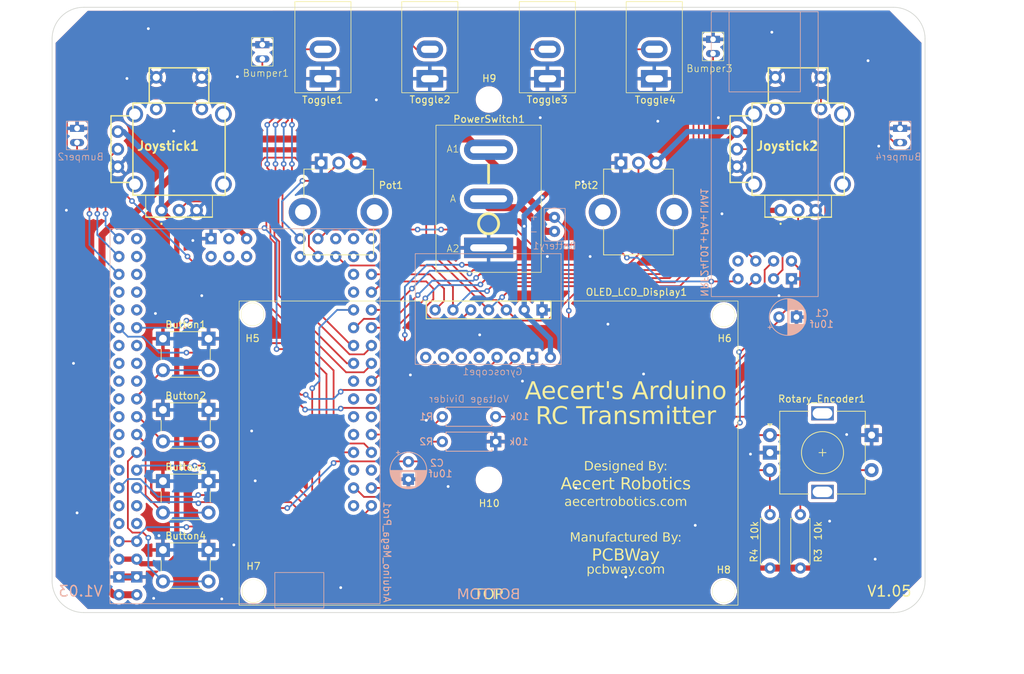
<source format=kicad_pcb>
(kicad_pcb (version 20221018) (generator pcbnew)
  (title_block (title "Arduino RC Transmitter") (date "2023-12-02") (rev "V1.02") (company "Aecert Robotics"))
  (layers (0 "F.Cu" signal) (31 "B.Cu" signal) (34 "B.Paste" user) (35 "F.Paste" user) (36 "B.SilkS" user "B.Silkscreen") (37 "F.SilkS" user "F.Silkscreen") (38 "B.Mask" user) (39 "F.Mask" user) (44 "Edge.Cuts" user))
  (net 0 "")
  (net 1 "/CE")
  (net 2 "GND")
  (net 3 "/3.3v")
  (net 4 "/REF")
  (net 5 "/5v")
  (net 6 "/Rotary Encoder Switch")
  (net 7 "/Left Bumper A")
  (net 8 "/Right Bumper A")
  (net 9 "/Left Bumper B")
  (net 10 "/Right Bumper B")
  (net 11 "/Joy Right Button")
  (net 12 "/Toggle C")
  (net 13 "/Toggle D")
  (net 14 "/Toggle B")
  (net 15 "/Toggle A")
  (net 16 "/Joy Left Button")
  (net 17 "/Button D")
  (net 18 "/Button C")
  (net 19 "/Button B")
  (net 20 "/Button A")
  (net 21 "/Screen CS")
  (net 22 "/Screen RES")
  (net 30 "/Pot Right")
  (net 31 "/Joy Right Y")
  (net 32 "/SCL")
  (net 33 "/SDA")
  (net 34 "/Joy Right X")
  (net 35 "/Pot Left")
  (net 36 "/Joy Left X")
  (net 37 "/Joy Left Y")
  (net 38 "/SCK")
  (net 39 "/MISO")
  (net 40 "/MOSI")
  (net 41 "/NRF CSN")
  (net 42 "/RotaryEncoderB")
  (net 43 "/RotaryEncoderA")
  (net 44 "/Bat+")
  (net 45 "/Bat-")
  (net 46 "/Battery Voltage")
  (footprint "AddedFootprints:SPST Mini Toggle Switch 2 Pin 2 Position" (layer "F.Cu") (at 117.348 68.072 90)
    (fp_text reference "Toggle1")
    (fp_text value "SW_DIP_x01")
  )
  (footprint "Rotary_Encoder:RotaryEncoder_Alps_EC11E-Switch_Vertical_H20mm" (layer "F.Cu") (at 181.08 116.92)
    (fp_text reference "Rotary_Encoder1")
    (fp_text value "EC11E")
  )
  (footprint "MountingHole:MountingHole_3.2mm_M3" (layer "F.Cu") (at 107.306032 99.690751)
    (fp_text reference "H5")
    (fp_text value "MountingHole_Pad")
  )
  (footprint "LOGO" (layer "F.Cu") (at 195.58 97.536)
    (fp_text reference "G***" hide)
    (fp_text value "LOGO" hide)
  )
  (footprint "Resistor_THT:R_Axial_DIN0207_L6.3mm_D2.5mm_P7.62mm_Horizontal" (layer "F.Cu") (at 181.102 135.89 90)
    (fp_text reference "R4")
    (fp_text value "10k")
  )
  (footprint "Button_Switch_THT:SW_PUSH_6mm" (layer "F.Cu") (at 94.54 123.48)
    (fp_text reference "Button3")
    (fp_text value "SW_Push C")
  )
  (footprint "MountingHole:MountingHole_3.2mm_M3" (layer "F.Cu") (at 141.024288 69.04124)
    (fp_text reference "H9")
    (fp_text value "MountingHole_Pad")
  )
  (footprint "AddedFootprints:SPST Mini Toggle Switch 2 Pin 2 Position" (layer "F.Cu") (at 149.352 68.072 90)
    (fp_text reference "Toggle3")
    (fp_text value "SW_DIP_x01")
  )
  (footprint "MountingHole:MountingHole_3.2mm_M3" (layer "F.Cu") (at 107.445778 139.162731)
    (fp_text reference "H7")
    (fp_text value "MountingHole_Pad")
  )
  (footprint "Button_Switch_THT:SW_PUSH_6mm" (layer "F.Cu") (at 94.54 133.3)
    (fp_text reference "Button4")
    (fp_text value "SW_Push D")
  )
  (footprint "Button_Switch_THT:SW_PUSH_6mm" (layer "F.Cu") (at 94.54 113.32)
    (fp_text reference "Button2")
    (fp_text value "SW_Push B")
  )
  (footprint "Button_Switch_THT:SW_PUSH_6mm" (layer "F.Cu") (at 94.54 103.16)
    (fp_text reference "Button1")
    (fp_text value "SW_Push A")
  )
  (footprint "AddedFootprints:Bumper Pads" (layer "F.Cu") (at 108.712 68.326)
    (fp_text reference "Bumper1")
    (fp_text value "SW_Push Left Bumper A")
  )
  (footprint "AddedFootprints:KCD1 Mini Rocker Switch" (layer "F.Cu") (at 140.97 83.2 180)
    (fp_text reference "PowerSwitch1")
    (fp_text value "KCD1 Power Switch")
  )
  (footprint "MountingHole:MountingHole_3.2mm_M3" (layer "F.Cu") (at 174.493637 99.822788)
    (fp_text reference "H6")
    (fp_text value "MountingHole_Pad")
  )
  (footprint "AddedFootprints:SPST Mini Toggle Switch 2 Pin 2 Position" (layer "F.Cu") (at 164.592 68.072 90)
    (fp_text reference "Toggle4")
    (fp_text value "SW_DIP_x01")
  )
  (footprint "Potentiometer_THT:Potentiometer_Bourns_PTV09A-1_Single_Vertical" (layer "F.Cu") (at 117.1 78.09 -90)
    (fp_text reference "Pot1")
    (fp_text value "10k")
  )
  (footprint "AddedFootprints:Bumper Pads" (layer "F.Cu") (at 172.974 67.564)
    (fp_text reference "Bumper3")
    (fp_text value "SW_Push Right Bumper A")
  )
  (footprint "AddedFootprints:SPST Mini Toggle Switch 2 Pin 2 Position" (layer "F.Cu") (at 132.588 68.072 90)
    (fp_text reference "Toggle2")
    (fp_text value "SW_DIP_x01")
  )
  (footprint "Potentiometer_THT:Potentiometer_Bourns_PTV09A-1_Single_Vertical" (layer "F.Cu") (at 159.84 78.09 -90)
    (fp_text reference "Pot2")
    (fp_text value "10k")
  )
  (footprint "Resistor_THT:R_Axial_DIN0207_L6.3mm_D2.5mm_P7.62mm_Horizontal" (layer "F.Cu") (at 185.42 135.89 90)
    (fp_text reference "R3")
    (fp_text value "10k")
  )
  (footprint "AddedFootprints:OLED LCD Display SSD1309" (layer "F.Cu") (at 105.41 97.79)
    (fp_text reference "OLED_LCD_Display1")
    (fp_text value "SSD1309 2.4inch" hide)
  )
  (footprint "MountingHole:MountingHole_3.2mm_M3" (layer "F.Cu") (at 141.018739 123.314035)
    (fp_text reference "H10")
    (fp_text value "MountingHole_Pad")
  )
  (footprint "MountingHole:MountingHole_3.2mm_M3" (layer "F.Cu") (at 174.498151 139.192604)
    (fp_text reference "H8")
    (fp_text value "MountingHole_Pad")
  )
  (footprint "AddedFootprints:THB001P" (layer "F.Cu") (at 94.335 84.85 180)
    (fp_text reference "Joystick1")
    (fp_text value "THB001P Joy Left" hide)
  )
  (footprint "AddedFootprints:THB001P" (layer "F.Cu") (at 182.605 84.85 180)
    (fp_text reference "Joystick2")
    (fp_text value "THB001P Joy Right" hide)
  )
  (footprint "Capacitor_THT:CP_Radial_D5.0mm_P2.50mm" (layer "B.Cu") (at 129.54 120.714888 -90)
    (fp_text reference "C2")
    (fp_text value "10uf")
  )
  (footprint "AddedFootprints:JST Female Connector" (layer "B.Cu") (at 150.368 92.202 180)
    (fp_text reference "Battery1")
    (fp_text value "1.27mm_JST_Connector_1")
  )
  (footprint "AddedFootprints:MPU6050 Gyroscope" (layer "B.Cu") (at 151.313454 106.832523 90)
    (fp_text reference "Gyroscope1")
    (fp_text value "MPU6050 Gyroscope")
  )
  (footprint "Resistor_THT:R_Axial_DIN0207_L6.3mm_D2.5mm_P7.62mm_Horizontal" (layer "B.Cu") (at 141.986 117.856 180)
    (fp_text reference "R2")
    (fp_text value "10k")
  )
  (footprint "AddedFootprints:Arduino Mega Pro" (layer "B.Cu") (at 86.995 140.97)
    (fp_text reference "Arduino_Mega_Pro1")
    (fp_text value "Arduino Mega Pro Mini" hide)
  )
  (footprint "Capacitor_THT:CP_Radial_D5.0mm_P2.50mm" (layer "B.Cu") (at 182.372 100.076)
    (fp_text reference "C1")
    (fp_text value "10uf")
  )
  (footprint "AddedFootprints:NRF24L01+ Antenna" (layer "B.Cu") (at 184.15 94.615 90)
    (fp_text reference "NRF24L01+PA+LNA1" hide)
    (fp_text value "NRF24L01+PA+LNA1")
  )
  (footprint "AddedFootprints:Bumper Pads" (layer "B.Cu") (at 82.296 80.264 180)
    (fp_text reference "Bumper2")
    (fp_text value "SW_Push Left Bumper B")
  )
  (footprint "Resistor_THT:R_Axial_DIN0207_L6.3mm_D2.5mm_P7.62mm_Horizontal" (layer "B.Cu") (at 134.366 114.3)
    (fp_text reference "R1")
    (fp_text value "10k")
  )
  (footprint "AddedFootprints:Bumper Pads" (layer "B.Cu") (at 199.644 80.264 180)
    (fp_text reference "Bumper4")
    (fp_text value "SW_Push Right Bumper B")
  )
  (gr_rect (start 132.08 97.79) (end 149.86 100.33) (stroke (width 0.15)) (fill none) (layer "F.SilkS"))
  (gr_arc (start 198.7 55.88) (mid 201.881981 57.198019) (end 203.2 60.38) (stroke (width 0.1)) (layer "Edge.Cuts"))
  (gr_line (start 203.2 60.38) (end 203.2 137.74) (stroke (width 0.1)) (layer "Edge.Cuts"))
  (gr_line (start 78.74 137.74) (end 78.74 60.38) (stroke (width 0.1)) (layer "Edge.Cuts"))
  (gr_arc (start 203.2 137.74) (mid 201.881981 140.921981) (end 198.7 142.24) (stroke (width 0.1)) (layer "Edge.Cuts"))
  (gr_arc (start 83.24 142.24) (mid 80.058019 140.921981) (end 78.74 137.74) (stroke (width 0.1)) (layer "Edge.Cuts"))
  (gr_arc (start 78.74 60.38) (mid 80.058019 57.198019) (end 83.24 55.88) (stroke (width 0.1)) (layer "Edge.Cuts"))
  (gr_line (start 198.7 142.24) (end 83.24 142.24) (stroke (width 0.1)) (layer "Edge.Cuts"))
  (gr_line (start 83.24 55.88) (end 198.7 55.88) (stroke (width 0.1)) (layer "Edge.Cuts"))
  (gr_text "V1.03" (at 82.804 139.192) (layer "B.SilkS") (effects (font (size 1.5 1.5) (thickness 0.2)) (justify mirror)))
  (gr_text "BOTTOM" (at 140.97 139.7) (layer "B.SilkS") (effects (font (size 1.5 1.5) (thickness 0.25)) (justify mirror)))
  (gr_text "Voltage Divider" (at 138.176 111.76) (layer "B.SilkS") (effects (font (size 1 1) (thickness 0.1)) (justify mirror)))
  (gr_text "Aecert Robotics" (at 160.528 123.952) (layer "F.SilkS") (effects (font (size 1.7 1.7) (thickness 0.23))))
  (gr_text "RC Transmitter" (at 160.528 114.3) (layer "F.SilkS") (effects (font (size 2.5 2.5) (thickness 0.25))))
  (gr_text "TOP" (at 140.97 139.7) (layer "F.SilkS") (effects (font (size 1.5 1.5) (thickness 0.25))))
  (gr_text "Manufactured By:" (at 160.528 131.572) (layer "F.SilkS") (effects (font (size 1.3 1.3))))
  (gr_text "pcbway.com" (at 160.528 136.144) (layer "F.SilkS") (effects (font (size 1.3 1.3) (thickness 0.23))))
  (gr_text "Aecert's Arduino" (at 160.528 110.744) (layer "F.SilkS") (effects (font (size 2.5 2.5) (thickness 0.25))))
  (gr_text "Designed By:" (at 160.528 121.412) (layer "F.SilkS") (effects (font (size 1.3 1.3))))
  (gr_text "PCBWay" (at 160.528 134.112) (layer "F.SilkS") (effects (font (size 1.7 1.7) (thickness 0.23))))
  (gr_text "V1.05" (at 198.12 139.192) (layer "F.SilkS") (effects (font (size 1.5 1.5) (thickness 0.2))))
  (gr_text "aecertrobotics.com" (at 160.528 126.492) (layer "F.SilkS") (effects (font (size 1.3 1.3) (thickness 0.23))))
  (segment (start 173.716581 88.919419) (end 180.994419 88.919419) (width 0.25) (layer "F.Cu") (net 1))
  (segment (start 120.658 92.718) (end 119.38 91.44) (width 0.25) (layer "F.Cu") (net 1))
  (segment (start 135.89 95.758) (end 132.85 92.718) (width 0.25) (layer "F.Cu") (net 1))
  (segment (start 182.88 90.805) (end 182.88 93.345) (width 0.25) (layer "F.Cu") (net 1))
  (segment (start 140.750331 96.3695) (end 142.024831 95.095) (width 0.25) (layer "F.Cu") (net 1))
  (segment (start 182.88 93.345) (end 181.61 94.615) (width 0.25) (layer "F.Cu") (net 1))
  (segment (start 180.994419 88.919419) (end 182.88 90.805) (width 0.25) (layer "F.Cu") (net 1))
  (segment (start 142.024831 95.095) (end 167.541 95.095) (width 0.25) (layer "F.Cu") (net 1))
  (segment (start 135.89 99.06) (end 135.89 95.758) (width 0.25) (layer "F.Cu") (net 1))
  (segment (start 167.541 95.095) (end 173.716581 88.919419) (width 0.25) (layer "F.Cu") (net 1))
  (segment (start 132.85 92.718) (end 120.658 92.718) (width 0.25) (layer "F.Cu") (net 1))
  (via (at 140.750331 96.3695) (size 0.8) (drill 0.4) (layers "F.Cu" "B.Cu") (net 1))
  (segment (start 140.750331 96.3695) (end 138.5805 96.3695) (width 0.25) (layer "B.Cu") (net 1))
  (segment (start 138.5805 96.3695) (end 135.89 99.06) (width 0.25) (layer "B.Cu") (net 1))
  (segment (start 184.912 100.076) (end 184.912 100.262082) (width 0.25) (layer "F.Cu") (net 2))
  (segment (start 88.265 137.16) (end 90.805 137.16) (width 1) (layer "F.Cu") (net 2))
  (via (at 80.772 84.836) (size 0.8) (drill 0.4) (layers "F.Cu" "B.Cu") (net 2))
  (via (at 154.432 80.772) (size 0.8) (drill 0.4) (layers "F.Cu" "B.Cu") (net 2))
  (via (at 155.448 91.44) (size 0.8) (drill 0.4) (layers "F.Cu" "B.Cu") (net 2))
  (via (at 145.796 109.22) (size 0.8) (drill 0.4) (layers "F.Cu" "B.Cu") (net 2))
  (via (at 139.7 102.616) (size 0.8) (drill 0.4) (layers "F.Cu" "B.Cu") (net 2))
  (via (at 163.068 108.204) (size 0.8) (drill 0.4) (layers "F.Cu" "B.Cu") (net 2))
  (via (at 160.528 137.16) (size 0.8) (drill 0.4) (layers "F.Cu" "B.Cu") (net 2))
  (via (at 102.929041 140.295973) (size 0.8) (drill 0.4) (layers "F.Cu" "B.Cu") (net 2))
  (via (at 173.736 71.628) (size 0.8) (drill 0.4) (layers "F.Cu" "B.Cu") (net 2))
  (via (at 129.820556 108.337148) (size 0.8) (drill 0.4) (layers "F.Cu" "B.Cu") (net 2))
  (via (at 182.372 97.028) (size 0.8) (drill 0.4) (layers "F.Cu" "B.Cu") (net 2))
  (via (at 92.456 58.928) (size 0.8) (drill 0.4) (layers "F.Cu" "B.Cu") (net 2))
  (via (at 195.072 63.5) (size 0.8) (drill 0.4) (layers "F.Cu" "B.Cu") (net 2))
  (via (at 105.156 65.786) (size 0.8) (drill 0.4) (layers "F.Cu" "B.Cu") (net 2))
  (via (at 119.888 138.684) (size 0.8) (drill 0.4) (layers "F.Cu" "B.Cu") (net 2))
  (via (at 98.806 89.154) (size 0.8) (drill 0.4) (layers "F.Cu" "B.Cu") (net 2))
  (via (at 107.188 116.332) (size 0.8) (drill 0.4) (layers "F.Cu" "B.Cu") (net 2))
  (via (at 132.08 114.808) (size 0.8) (drill 0.4) (layers "F.Cu" "B.Cu") (net 2))
  (via (at 149.352 91.44) (size 0.8) (drill 0.4) (layers "F.Cu" "B.Cu") (net 2))
  (via (at 178.308 119.634) (size 0.8) (drill 0.4) (layers "F.Cu" "B.Cu") (net 2))
  (via (at 192.024 116.84) (size 0.8) (drill 0.4) (layers "F.Cu" "B.Cu") (net 2))
  (via (at 148.336 71.628) (size 0.8) (drill 0.4) (layers "F.Cu" "B.Cu") (net 2))
  (via (at 107.696 123.444) (size 0.8) (drill 0.4) (layers "F.Cu" "B.Cu") (net 2))
  (via (at 96.092572 73.528443) (size 0.8) (drill 0.4) (layers "F.Cu" "B.Cu") (net 2))
  (via (at 93.218 140.208) (size 0.8) (drill 0.4) (layers "F.Cu" "B.Cu") (net 2))
  (via (at 89.408 66.04) (size 0.8) (drill 0.4) (layers "F.Cu" "B.Cu") (net 2))
  (via (at 104.648 132.588) (size 0.8) (drill 0.4) (layers "F.Cu" "B.Cu") (net 2))
  (via (at 100.076 97.028) (size 0.8) (drill 0.4) (layers "F.Cu" "B.Cu") (net 2))
  (via (at 93.974276 131.266266) (size 0.8) (drill 0.4) (layers "F.Cu" "B.Cu") (net 2))
  (via (at 81.788 106.68) (size 0.8) (drill 0.4) (layers "F.Cu" "B.Cu") (net 2))
  (via (at 135.200919 124.257127) (size 0.8) (drill 0.4) (layers "F.Cu" "B.Cu") (net 2))
  (via (at 93.472 99.568) (size 0.8) (drill 0.4) (layers "F.Cu" "B.Cu") (net 2))
  (via (at 165.1 72.136) (size 0.8) (drill 0.4) (layers "F.Cu" "B.Cu") (net 2))
  (via (at 181.356 59.436) (size 0.8) (drill 0.4) (layers "F.Cu" "B.Cu") (net 2))
  (via (at 196.088 134.62) (size 0.8) (drill 0.4) (layers "F.Cu" "B.Cu") (net 2))
  (via (at 189.59418 129.195269) (size 0.8) (drill 0.4) (layers "F.Cu" "B.Cu") (net 2))
  (via (at 196.596 75.692) (size 0.8) (drill 0.4) (layers "F.Cu" "B.Cu") (net 2))
  (via (at 82.296 128.016) (size 0.8) (drill 0.4) (layers "F.Cu" "B.Cu") (net 2))
  (via (at 124.968 69.088) (size 0.8) (drill 0.4) (layers "F.Cu" "B.Cu") (net 2))
  (via (at 170.434 129.794) (size 0.8) (drill 0.4) (layers "F.Cu" "B.Cu") (net 2))
  (via (at 157.988 101.092) (size 0.8) (drill 0.4) (layers "F.Cu" "B.Cu") (net 2))
  (via (at 174.244 85.344) (size 0.8) (drill 0.4) (layers "F.Cu" "B.Cu") (net 2))
  (via (at 153.416 124.46) (size 0.8) (drill 0.4) (layers "F.Cu" "B.Cu") (net 2))
  (via (at 187.452 75.184) (size 0.8) (drill 0.4) (layers "F.Cu" "B.Cu") (net 2))
  (segment (start 106.819 129.964) (end 109.4535 127.3295) (width 0.25) (layer "F.Cu") (net 3))
  (segment (start 88.265 132.08) (end 90.805 132.08) (width 0.25) (layer "F.Cu") (net 3))
  (segment (start 162.286 120.67) (end 182.372 100.584) (width 0.25) (layer "F.Cu") (net 3))
  (segment (start 185.4 93.325) (end 185.4 97.048) (width 0.25) (layer "F.Cu") (net 3))
  (segment (start 97.973 129.964) (end 106.819 129.964) (width 0.25) (layer "F.Cu") (net 3))
  (segment (start 118.872 120.904) (end 119.106 120.67) (width 0.25) (layer "F.Cu") (net 3))
  (segment (start 97.889 130.048) (end 97.973 129.964) (width 0.25) (layer "F.Cu") (net 3))
  (segment (start 129.350888 121.412) (end 129.54 121.222888) (width 0.25) (layer "F.Cu") (net 3))
  (segment (start 185.4 97.048) (end 182.372 100.076) (width 0.25) (layer "F.Cu") (net 3))
  (segment (start 184.15 92.075) (end 185.4 93.325) (width 0.25) (layer "F.Cu") (net 3))
  (segment (start 182.372 100.584) (end 182.372 100.076) (width 0.25) (layer "F.Cu") (net 3))
  (segment (start 119.106 120.67) (end 162.286 120.67) (width 0.25) (layer "F.Cu") (net 3))
  (segment (start 109.4535 127.3295) (end 112.268 127.3295) (width 0.25) (layer "F.Cu") (net 3))
  (via (at 112.268 127.3295) (size 0.8) (drill 0.4) (layers "F.Cu" "B.Cu") (net 3))
  (via (at 118.872 120.904) (size 0.8) (drill 0.4) (layers "F.Cu" "B.Cu") (net 3))
  (via (at 97.889 130.048) (size 0.8) (drill 0.4) (layers "F.Cu" "B.Cu") (net 3))
  (segment (start 90.805 132.08) (end 90.805 131.512918) (width 0.25) (layer "B.Cu") (net 3))
  (segment (start 90.805 131.512918) (end 92.269918 130.048) (width 0.25) (layer "B.Cu") (net 3))
  (segment (start 112.4465 127.3295) (end 112.268 127.3295) (width 0.25) (layer "B.Cu") (net 3))
  (segment (start 92.269918 130.048) (end 97.889 130.048) (width 0.25) (layer "B.Cu") (net 3))
  (segment (start 118.872 120.904) (end 112.4465 127.3295) (width 0.25) (layer "B.Cu") (net 3))
  (segment (start 90.805 134.62) (end 91.46 135.275) (width 0.75) (layer "F.Cu") (net 5))
  (segment (start 122.1 77.940092) (end 122.1 78.09) (width 0.75) (layer "F.Cu") (net 5))
  (segment (start 97.31 86.645481) (end 96.086494 86.645481) (width 0.75) (layer "F.Cu") (net 5))
  (segment (start 163.099908 76.2) (end 164.84 77.940092) (width 0.75) (layer "F.Cu") (net 5))
  (segment (start 179.324 84.85) (end 182.605 84.85) (width 0.75) (layer "F.Cu") (net 5))
  (segment (start 90.805 134.62) (end 88.265 134.62) (width 0.75) (layer "F.Cu") (net 5))
  (segment (start 106.68 88.9) (end 104.425481 86.645481) (width 0.75) (layer "F.Cu") (net 5))
  (segment (start 179.578 135.89) (end 181.102 135.89) (width 0.75) (layer "F.Cu") (net 5))
  (segment (start 188.552 102.265456) (end 188.552 89.064461) (width 0.75) (layer "F.Cu") (net 5))
  (segment (start 196.398072 119.945) (end 190.50108 119.945) (width 0.75) (layer "F.Cu") (net 5))
  (segment (start 95.357 135.275) (end 178.963 135.275) (width 0.75) (layer "F.Cu") (net 5))
  (segment (start 174.244 79.77) (end 179.324 84.85) (width 0.75) (layer "F.Cu") (net 5))
  (segment (start 188.552 89.064461) (end 190.076 87.540461) (width 0.75) (layer "F.Cu") (net 5))
  (segment (start 182.88 112.32392) (end 182.88 107.937456) (width 0.75) (layer "F.Cu") (net 5))
  (segment (start 190.076 83.396) (end 180.3 73.62) (width 0.75) (layer "F.Cu") (net 5))
  (segment (start 164.84 77.940092) (end 164.84 78.09) (width 0.75) (layer "F.Cu") (net 5))
  (segment (start 174.244 75.706) (end 174.244 79.77) (width 0.75) (layer "F.Cu") (net 5))
  (segment (start 190.50108 119.945) (end 182.88 112.32392) (width 0.75) (layer "F.Cu") (net 5))
  (segment (start 96.086494 86.645481) (end 94.335 84.893987) (width 0.75) (layer "F.Cu") (net 5))
  (segment (start 181.864 135.89) (end 185.42 135.89) (width 1) (layer "F.Cu") (net 5))
  (segment (start 96.5145 134.1175) (end 96.5145 87.666981) (width 0.75) (layer "F.Cu") (net 5))
  (segment (start 148.634307 83.013693) (end 155.448 76.2) (width 0.75) (layer "F.Cu") (net 5))
  (segment (start 97.31 86.645481) (end 97.536 86.645481) (width 0.75) (layer "F.Cu") (net 5))
  (segment (start 128.540634 78.09) (end 136.810634 86.36) (width 0.75) (layer "F.Cu") (net 5))
  (segment (start 185.42 135.89) (end 187.872544 135.89) (width 0.75) (layer "F.Cu") (net 5))
  (segment (start 95.357 135.275) (end 96.5145 134.1175) (width 0.75) (layer "F.Cu") (net 5))
  (segment (start 94.335 84.893987) (end 94.335 84.806013) (width 0.75) (layer "F.Cu") (net 5))
  (segment (start 96.5145 87.666981) (end 97.536 86.645481) (width 0.75) (layer "F.Cu") (net 5))
  (segment (start 181.102 135.89) (end 181.864 135.89) (width 1) (layer "F.Cu") (net 5))
  (segment (start 136.810634 86.36) (end 145.288 86.36) (width 0.75) (layer "F.Cu") (net 5))
  (segment (start 155.448 76.2) (end 163.099908 76.2) (width 0.75) (layer "F.Cu") (net 5))
  (segment (start 91.46 135.275) (end 95.357 135.275) (width 0.75) (layer "F.Cu") (net 5))
  (segment (start 180.3 73.62) (end 176.33 73.62) (width 0.75) (layer "F.Cu") (net 5))
  (segment (start 187.872544 135.89) (end 197.555 126.207544) (width 0.75) (layer "F.Cu") (net 5))
  (segment (start 104.425481 86.645481) (end 97.31 86.645481) (width 0.75) (layer "F.Cu") (net 5))
  (segment (start 120.374908 76.215) (end 122.1 77.940092) (width 0.75) (layer "F.Cu") (net 5))
  (segment (start 145.288 86.36) (end 146.05 87.122) (width 0.75) (layer "F.Cu") (net 5))
  (segment (start 176.33 73.62) (end 174.244 75.706) (width 0.75) (layer "F.Cu") (net 5))
  (segment (start 182.88 107.937456) (end 188.552 102.265456) (width 0.75) (layer "F.Cu") (net 5))
  (segment (start 178.963 135.275) (end 179.578 135.89) (width 0.75) (layer "F.Cu") (net 5))
  (segment (start 102.926013 76.215) (end 120.374908 76.215) (width 0.75) (layer "F.Cu") (net 5))
  (segment (start 197.555 121.101928) (end 196.398072 119.945) (width 0.75) (layer "F.Cu") (net 5))
  (segment (start 197.555 126.207544) (end 197.555 121.101928) (width 0.75) (layer "F.Cu") (net 5))
  (segment (start 122.1 78.09) (end 128.540634 78.09) (width 0.75) (layer "F.Cu") (net 5))
  (segment (start 190.076 87.540461) (end 190.076 83.396) (width 0.75) (layer "F.Cu") (net 5))
  (segment (start 94.335 84.806013) (end 102.926013 76.215) (width 0.75) (layer "F.Cu") (net 5))
  (via (at 148.634307 83.013693) (size 0.8) (drill 0.4) (layers "F.Cu" "B.Cu") (net 5))
  (via (at 146.05 87.122) (size 0.8) (drill 0.4) (layers "F.Cu" "B.Cu") (net 5))
  (segment (start 146.05 85.598) (end 148.634307 83.013693) (width 0.75) (layer "B.Cu") (net 5))
  (segment (start 169.31 73.62) (end 176.375 73.62) (width 0.75) (layer "B.Cu") (net 5))
  (segment (start 94.335 79.025) (end 88.93 73.62) (width 0.75) (layer "B.Cu") (net 5))
  (segment (start 94.335 84.85) (end 94.335 79.025) (width 0.75) (layer "B.Cu") (net 5))
  (segment (start 88.93 73.62) (end 88.105 73.62) (width 0.75) (layer "B.Cu") (net 5))
  (segment (start 149.789454 103.238312) (end 146.05 99.498858) (width 0.75) (layer "B.Cu") (net 5))
  (segment (start 146.05 87.122) (end 146.05 85.598) (width 0.75) (layer "B.Cu") (net 5))
  (segment (start 146.05 99.498858) (end 146.05 99.06) (width 0.75) (layer "B.Cu") (net 5))
  (segment (start 164.84 78.09) (end 169.31 73.62) (width 0.75) (layer "B.Cu") (net 5))
  (segment (start 146.05 87.122) (end 146.05 99.06) (width 0.75) (layer "B.Cu") (net 5))
  (segment (start 149.789454 105.816523) (end 149.789454 103.238312) (width 0.75) (layer "B.Cu") (net 5))
  (segment (start 115.824 110.236) (end 115.824 124.968) (width 0.25) (layer "F.Cu") (net 6))
  (segment (start 120.396 129.54) (end 160.909 129.54) (width 0.25) (layer "F.Cu") (net 6))
  (segment (start 115.824 124.968) (end 120.396 129.54) (width 0.25) (layer "F.Cu") (net 6))
  (segment (start 183.300446 114.3) (end 190.920446 121.92) (width 0.25) (layer "F.Cu") (net 6))
  (segment (start 190.920446 121.92) (end 195.58 121.92) (width 0.25) (layer "F.Cu") (net 6))
  (segment (start 176.149 114.3) (end 183.300446 114.3) (width 0.25) (layer "F.Cu") (net 6))
  (segment (start 160.909 129.54) (end 176.149 114.3) (width 0.25) (layer "F.Cu") (net 6))
  (via (at 115.824 110.236) (size 0.8) (drill 0.4) (layers "F.Cu" "B.Cu") (net 6))
  (segment (start 115.824 110.236) (end 116.84 109.22) (width 0.25) (layer "B.Cu") (net 6))
  (segment (start 116.84 109.22) (end 116.84 101.6) (width 0.25) (layer "B.Cu") (net 6))
  (segment (start 116.84 101.6) (end 119.38 99.06) (width 0.25) (layer "B.Cu") (net 6))
  (segment (start 119.38 99.06) (end 121.92 99.06) (width 0.25) (layer "B.Cu") (net 6))
  (segment (start 80.846 70.284) (end 82.81 68.32) (width 0.25) (layer "F.Cu") (net 7))
  (segment (start 106.432 68.32) (end 108.712 66.04) (width 0.25) (layer "F.Cu") (net 7))
  (segment (start 82.81 68.32) (end 106.432 68.32) (width 0.25) (layer "F.Cu") (net 7))
  (segment (start 84.060994 83.579006) (end 84.074 83.566) (width 0.25) (layer "F.Cu") (net 7))
  (segment (start 84.060994 85.344) (end 84.060994 83.579006) (width 0.25) (layer "F.Cu") (net 7))
  (segment (start 80.846 80.338) (end 80.846 70.284) (width 0.25) (layer "F.Cu") (net 7))
  (segment (start 108.712 66.04) (end 108.712 63.246) (width 0.25) (layer "F.Cu") (net 7))
  (segment (start 84.074 83.566) (end 80.846 80.338) (width 0.25) (layer "F.Cu") (net 7))
  (via (at 84.060994 85.344) (size 0.8) (drill 0.4) (layers "F.Cu" "B.Cu") (net 7))
  (segment (start 84.060994 89.775994) (end 88.265 93.98) (width 0.25) (layer "B.Cu") (net 7))
  (segment (start 84.060994 85.344) (end 84.060994 89.775994) (width 0.25) (layer "B.Cu") (net 7))
  (segment (start 170.18 88.9) (end 170.18 69.088) (width 0.25) (layer "F.Cu") (net 8))
  (segment (start 165.71 93.37) (end 170.18 88.9) (width 0.25) (layer "F.Cu") (net 8))
  (segment (start 172.974 66.294) (end 172.974 62.484) (width 0.25) (layer "F.Cu") (net 8))
  (segment (start 124.46 99.06) (end 127 99.06) (width 0.25) (layer "F.Cu") (net 8))
  (segment (start 170.18 69.088) (end 172.974 66.294) (width 0.25) (layer "F.Cu") (net 8))
  (segment (start 127 99.06) (end 130.048 96.012) (width 0.25) (layer "F.Cu") (net 8))
  (segment (start 138.752841 93.37) (end 165.71 93.37) (width 0.25) (layer "F.Cu") (net 8))
  (segment (start 138.251968 93.870873) (end 138.752841 93.37) (width 0.25) (layer "F.Cu") (net 8))
  (via (at 130.048 96.012) (size 0.8) (drill 0.4) (layers "F.Cu" "B.Cu") (net 8))
  (via (at 138.251968 93.870873) (size 0.8) (drill 0.4) (layers "F.Cu" "B.Cu") (net 8))
  (segment (start 138.251968 93.870873) (end 137.853095 93.472) (width 0.25) (layer "B.Cu") (net 8))
  (segment (start 132.588 93.472) (end 130.048 96.012) (width 0.25) (layer "B.Cu") (net 8))
  (segment (start 137.853095 93.472) (end 132.588 93.472) (width 0.25) (layer "B.Cu") (net 8))
  (segment (start 82.296 80.772) (end 82.296 75.084) (width 0.25) (layer "F.Cu") (net 9))
  (segment (start 85.185497 83.661497) (end 82.296 80.772) (width 0.25) (layer "F.Cu") (net 9))
  (segment (start 85.185497 85.344) (end 85.185497 83.661497) (width 0.25) (layer "F.Cu") (net 9))
  (via (at 85.185497 85.344) (size 0.8) (drill 0.4) (layers "F.Cu" "B.Cu") (net 9))
  (segment (start 85.185497 88.360497) (end 88.265 91.44) (width 0.25) (layer "B.Cu") (net 9))
  (segment (start 85.185497 85.344) (end 85.185497 88.360497) (width 0.25) (layer "B.Cu") (net 9))
  (segment (start 123.182 100.338) (end 121.92 101.6) (width 0.25) (layer "F.Cu") (net 10))
  (segment (start 139.192 94.488) (end 139.735 93.945) (width 0.25) (layer "F.Cu") (net 10))
  (segment (start 127.480098 100.338) (end 123.182 100.338) (width 0.25) (layer "F.Cu") (net 10))
  (segment (start 188.261907 63.293907) (end 193.548 68.58) (width 0.25) (layer "F.Cu") (net 10))
  (segment (start 177.498093 63.293907) (end 188.261907 63.293907) (width 0.25) (layer "F.Cu") (net 10))
  (segment (start 130.87218 96.945918) (end 127.480098 100.338) (width 0.25) (layer "F.Cu") (net 10))
  (segment (start 139.735 93.945) (end 166.151 93.945) (width 0.25) (layer "F.Cu") (net 10))
  (segment (start 198.829802 75.184) (end 199.644 75.184) (width 0.25) (layer "F.Cu") (net 10))
  (segment (start 166.151 93.945) (end 170.942 89.154) (width 0.25) (layer "F.Cu") (net 10))
  (segment (start 193.548 68.58) (end 193.548 69.902198) (width 0.25) (layer "F.Cu") (net 10))
  (segment (start 170.942 69.85) (end 177.498093 63.293907) (width 0.25) (layer "F.Cu") (net 10))
  (segment (start 170.942 89.154) (end 170.942 69.85) (width 0.25) (layer "F.Cu") (net 10))
  (segment (start 193.548 69.902198) (end 198.829802 75.184) (width 0.25) (layer "F.Cu") (net 10))
  (via (at 139.192 94.488) (size 0.8) (drill 0.4) (layers "F.Cu" "B.Cu") (net 10))
  (via (at 130.87218 96.945918) (size 0.8) (drill 0.4) (layers "F.Cu" "B.Cu") (net 10))
  (segment (start 138.785 94.895) (end 132.923098 94.895) (width 0.25) (layer "B.Cu") (net 10))
  (segment (start 139.192 94.488) (end 138.785 94.895) (width 0.25) (layer "B.Cu") (net 10))
  (segment (start 132.923098 94.895) (end 130.87218 96.945918) (width 0.25) (layer "B.Cu") (net 10))
  (segment (start 178.308 64.008) (end 183.388 64.008) (width 0.25) (layer "F.Cu") (net 11))
  (segment (start 188.355 68.975) (end 188.355 70.37) (width 0.25) (layer "F.Cu") (net 11))
  (segment (start 183.388 64.008) (end 188.355 68.975) (width 0.25) (layer "F.Cu") (net 11))
  (segment (start 140.717159 94.52) (end 166.794828 94.52) (width 0.25) (layer "F.Cu") (net 11))
  (segment (start 171.704 70.612) (end 178.308 64.008) (width 0.25) (layer "F.Cu") (net 11))
  (segment (start 127.759952 101.6) (end 124.46 101.6) (width 0.25) (layer "F.Cu") (net 11))
  (segment (start 139.809127 95.428032) (end 140.717159 94.52) (width 0.25) (layer "F.Cu") (net 11))
  (segment (start 166.794828 94.52) (end 171.704 89.610828) (width 0.25) (layer "F.Cu") (net 11))
  (segment (start 171.704 89.610828) (end 171.704 70.612) (width 0.25) (layer "F.Cu") (net 11))
  (segment (start 131.951976 97.407976) (end 127.759952 101.6) (width 0.25) (layer "F.Cu") (net 11))
  (via (at 131.951976 97.407976) (size 0.8) (drill 0.4) (layers "F.Cu" "B.Cu") (net 11))
  (via (at 139.809127 95.428032) (size 0.8) (drill 0.4) (layers "F.Cu" "B.Cu") (net 11))
  (segment (start 139.809127 95.428032) (end 139.717159 95.52) (width 0.25) (layer "B.Cu") (net 11))
  (segment (start 139.717159 95.52) (end 133.839952 95.52) (width 0.25) (layer "B.Cu") (net 11))
  (segment (start 133.839952 95.52) (end 131.951976 97.407976) (width 0.25) (layer "B.Cu") (net 11))
  (segment (start 110.437001 79.323799) (end 110.437 88.607656) (width 0.25) (layer "F.Cu") (net 12))
  (segment (start 111.118 97.021) (end 120.777 106.68) (width 0.25) (layer "F.Cu") (net 12))
  (segment (start 114.3 58.928) (end 143.741 58.928) (width 0.25) (layer "F.Cu") (net 12))
  (segment (start 110.585498 78.233248) (end 110.585498 79.175302) (width 0.25) (layer "F.Cu") (net 12))
  (segment (start 110.437 88.607656) (end 111.118 89.288656) (width 0.25) (layer "F.Cu") (net 12))
  (segment (start 143.741 58.928) (end 146.685 61.872) (width 0.25) (layer "F.Cu") (net 12))
  (segment (start 146.685 61.872) (end 149.352 61.872) (width 0.25) (layer "F.Cu") (net 12))
  (segment (start 120.777 106.68) (end 121.92 106.68) (width 0.25) (layer "F.Cu") (net 12))
  (segment (start 111.76 61.468) (end 114.3 58.928) (width 0.25) (layer "F.Cu") (net 12))
  (segment (start 110.585497 72.644) (end 110.585497 72.616421) (width 0.25) (layer "F.Cu") (net 12))
  (segment (start 111.76 71.441918) (end 111.76 61.468) (width 0.25) (layer "F.Cu") (net 12))
  (segment (start 111.118 89.288656) (end 111.118 97.021) (width 0.25) (layer "F.Cu") (net 12))
  (segment (start 110.585497 72.616421) (end 111.76 71.441918) (width 0.25) (layer "F.Cu") (net 12))
  (segment (start 110.585498 79.175302) (end 110.437001 79.323799) (width 0.25) (layer "F.Cu") (net 12))
  (via (at 110.585497 72.644) (size 0.8) (drill 0.4) (layers "F.Cu" "B.Cu") (net 12))
  (via (at 110.585498 78.233248) (size 0.8) (drill 0.4) (layers "F.Cu" "B.Cu") (net 12))
  (segment (start 110.585497 72.644) (end 110.585498 78.233248) (width 0.25) (layer "B.Cu") (net 12))
  (segment (start 123.182 107.958) (end 124.46 106.68) (width 0.25) (layer "F.Cu") (net 13))
  (segment (start 109.862 88.845828) (end 110.543 89.526828) (width 0.25) (layer "F.Cu") (net 13))
  (segment (start 110.543 97.843) (end 120.658 107.958) (width 0.25) (layer "F.Cu") (net 13))
  (segment (start 120.658 107.958) (end 123.182 107.958) (width 0.25) (layer "F.Cu") (net 13))
  (segment (start 113.792 57.912) (end 157.965 57.912) (width 0.25) (layer "F.Cu") (net 13))
  (segment (start 111.185 60.519) (end 113.792 57.912) (width 0.25) (layer "F.Cu") (net 13))
  (segment (start 109.410996 78.231539) (end 109.410996 78.813972) (width 0.25) (layer "F.Cu") (net 13))
  (segment (start 111.185 70.842415) (end 111.185 60.519) (width 0.25) (layer "F.Cu") (net 13))
  (segment (start 109.411038 72.654093) (end 109.411038 72.616377) (width 0.25) (layer "F.Cu") (net 13))
  (segment (start 161.925 61.872) (end 164.592 61.872) (width 0.25) (layer "F.Cu") (net 13))
  (segment (start 109.410996 78.813972) (end 109.862 79.264975) (width 0.25) (layer "F.Cu") (net 13))
  (segment (start 109.862 79.264975) (end 109.862 88.845828) (width 0.25) (layer "F.Cu") (net 13))
  (segment (start 110.543 89.526828) (end 110.543 97.843) (width 0.25) (layer "F.Cu") (net 13))
  (segment (start 157.965 57.912) (end 161.925 61.872) (width 0.25) (layer "F.Cu") (net 13))
  (segment (start 109.411038 72.616377) (end 111.185 70.842415) (width 0.25) (layer "F.Cu") (net 13))
  (via (at 109.411038 72.654093) (size 0.8) (drill 0.4) (layers "F.Cu" "B.Cu") (net 13))
  (via (at 109.410996 78.231539) (size 0.8) (drill 0.4) (layers "F.Cu" "B.Cu") (net 13))
  (segment (start 109.411038 78.231497) (end 109.411038 72.654093) (width 0.25) (layer "B.Cu") (net 13))
  (segment (start 109.410996 78.231539) (end 109.411038 78.231497) (width 0.25) (layer "B.Cu") (net 13))
  (segment (start 130.683 61.872) (end 132.588 61.872) (width 0.25) (layer "F.Cu") (net 14))
  (segment (start 111.012001 80.28463) (end 111.012 88.369484) (width 0.25) (layer "F.Cu") (net 14))
  (segment (start 111.76 72.644) (end 112.088728 72.315272) (width 0.25) (layer "F.Cu") (net 14))
  (segment (start 112.088728 72.315272) (end 112.088728 72.291918) (width 0.25) (layer "F.Cu") (net 14))
  (segment (start 112.088728 72.291918) (end 112.363728 72.016918) (width 0.25) (layer "F.Cu") (net 14))
  (segment (start 114.808 59.944) (end 128.755 59.944) (width 0.25) (layer "F.Cu") (net 14))
  (segment (start 111.693 95.945) (end 121.15 105.402) (width 0.25) (layer "F.Cu") (net 14))
  (segment (start 111.693 89.050484) (end 111.693 95.945) (width 0.25) (layer "F.Cu") (net 14))
  (segment (start 121.15 105.402) (end 123.198 105.402) (width 0.25) (layer "F.Cu") (net 14))
  (segment (start 112.363728 72.016918) (end 112.363728 62.388272) (width 0.25) (layer "F.Cu") (net 14))
  (segment (start 111.76 79.536631) (end 111.012001 80.28463) (width 0.25) (layer "F.Cu") (net 14))
  (segment (start 111.76 78.232) (end 111.76 79.536631) (width 0.25) (layer "F.Cu") (net 14))
  (segment (start 128.755 59.944) (end 130.683 61.872) (width 0.25) (layer "F.Cu") (net 14))
  (segment (start 112.363728 62.388272) (end 114.808 59.944) (width 0.25) (layer "F.Cu") (net 14))
  (segment (start 111.012 88.369484) (end 111.693 89.050484) (width 0.25) (layer "F.Cu") (net 14))
  (segment (start 123.198 105.402) (end 124.46 104.14) (width 0.25) (layer "F.Cu") (net 14))
  (via (at 111.76 72.644) (size 0.8) (drill 0.4) (layers "F.Cu" "B.Cu") (net 14))
  (via (at 111.76 78.232) (size 0.8) (drill 0.4) (layers "F.Cu" "B.Cu") (net 14))
  (segment (start 111.76 78.232) (end 111.76 72.644) (width 0.25) (layer "B.Cu") (net 14))
  (segment (start 112.934503 79.175301) (end 111.587001 80.522803) (width 0.25) (layer "F.Cu") (net 15))
  (segment (start 112.268 94.996) (end 121.412 104.14) (width 0.25) (layer "F.Cu") (net 15))
  (segment (start 111.587 88.131312) (end 112.268 88.812312) (width 0.25) (layer "F.Cu") (net 15))
  (segment (start 112.934503 78.232) (end 112.934503 79.175301) (width 0.25) (layer "F.Cu") (net 15))
  (segment (start 111.587001 80.522803) (end 111.587 88.131312) (width 0.25) (layer "F.Cu") (net 15))
  (segment (start 112.938728 72.644) (end 112.938728 63.337272) (width 0.25) (layer "F.Cu") (net 15))
  (segment (start 114.404 61.872) (end 117.348 61.872) (width 0.25) (layer "F.Cu") (net 15))
  (segment (start 121.412 104.14) (end 121.92 104.14) (width 0.25) (layer "F.Cu") (net 15))
  (segment (start 112.268 88.812312) (end 112.268 94.996) (width 0.25) (layer "F.Cu") (net 15))
  (segment (start 112.938728 63.337272) (end 114.404 61.872) (width 0.25) (layer "F.Cu") (net 15))
  (via (at 112.938728 72.644) (size 0.8) (drill 0.4) (layers "F.Cu" "B.Cu") (net 15))
  (via (at 112.934503 78.232) (size 0.8) (drill 0.4) (layers "F.Cu" "B.Cu") (net 15))
  (segment (start 112.934503 78.232) (end 112.938728 78.227775) (width 0.25) (layer "B.Cu") (net 15))
  (segment (start 112.938728 78.227775) (end 112.938728 72.644) (width 0.25) (layer "B.Cu") (net 15))
  (segment (start 98.61 68.895) (end 100.085 70.37) (width 0.25) (layer "F.Cu") (net 16))
  (segment (start 86.36 85.344) (end 86.36 82.804) (width 0.25) (layer "F.Cu") (net 16))
  (segment (start 84.836 81.28) (end 84.836 73.152) (width 0.25) (layer "F.Cu") (net 16))
  (segment (start 86.36 82.804) (end 84.836 81.28) (width 0.25) (layer "F.Cu") (net 16))
  (segment (start 89.093 68.895) (end 98.61 68.895) (width 0.25) (layer "F.Cu") (net 16))
  (segment (start 84.836 73.152) (end 89.093 68.895) (width 0.25) (layer "F.Cu") (net 16))
  (via (at 86.36 85.344) (size 0.8) (drill 0.4) (layers "F.Cu" "B.Cu") (net 16))
  (segment (start 86.36 85.344) (end 86.36 86.995) (width 0.25) (layer "B.Cu") (net 16))
  (segment (start 86.36 86.995) (end 88.265 88.9) (width 0.25) (layer "B.Cu") (net 16))
  (segment (start 91.714 130.83) (end 90.19 130.83) (width 0.25) (layer "F.Cu") (net 17))
  (segment (start 92.456 131.572) (end 91.714 130.83) (width 0.25) (layer "F.Cu") (net 17))
  (segment (start 90.19 130.83) (end 89.543 130.183) (width 0.25) (layer "F.Cu") (net 17))
  (segment (start 89.543 130.183) (end 89.543 120.642) (width 0.25) (layer "F.Cu") (net 17))
  (segment (start 89.543 120.642) (end 90.805 119.38) (width 0.25) (layer "F.Cu") (net 17))
  (via (at 92.456 131.572) (size 0.8) (drill 0.4) (layers "F.Cu" "B.Cu") (net 17))
  (segment (start 92.456 131.572) (end 92.456 135.716) (width 0.25) (layer "B.Cu") (net 17))
  (segment (start 94.54 137.8) (end 101.04 137.8) (width 0.25) (layer "B.Cu") (net 17))
  (segment (start 92.456 135.716) (end 94.54 137.8) (width 0.25) (layer "B.Cu") (net 17))
  (segment (start 92.067 125.507) (end 92.067 118.102) (width 0.25) (layer "F.Cu") (net 18))
  (segment (start 94.54 127.98) (end 92.067 125.507) (width 0.25) (layer "F.Cu") (net 18))
  (segment (start 92.067 118.102) (end 90.805 116.84) (width 0.25) (layer "F.Cu") (net 18))
  (segment (start 94.54 127.98) (end 101.04 127.98) (width 0.25) (layer "B.Cu") (net 18))
  (segment (start 91.02 114.3) (end 90.805 114.3) (width 0.25) (layer "F.Cu") (net 19))
  (segment (start 94.54 117.82) (end 91.02 114.3) (width 0.25) (layer "F.Cu") (net 19))
  (segment (start 94.54 117.82) (end 101.04 117.82) (width 0.25) (layer "B.Cu") (net 19))
  (segment (start 90.805 111.395) (end 90.805 111.76) (width 0.25) (layer "F.Cu") (net 20))
  (segment (start 94.54 107.66) (end 90.805 111.395) (width 0.25) (layer "F.Cu") (net 20))
  (segment (start 94.54 107.66) (end 101.04 107.66) (width 0.25) (layer "B.Cu") (net 20))
  (segment (start 134.62 96.012) (end 132.588 93.98) (width 0.25) (layer "F.Cu") (net 21))
  (segment (start 132.588 93.98) (end 124.46 93.98) (width 0.25) (layer "F.Cu") (net 21))
  (segment (start 134.62 97.79) (end 134.62 96.012) (width 0.25) (layer "F.Cu") (net 21))
  (segment (start 133.35 99.06) (end 134.62 97.79) (width 0.25) (layer "F.Cu") (net 21))
  (segment (start 132.08 94.996) (end 125.984 94.996) (width 0.25) (layer "F.Cu") (net 22))
  (segment (start 132.088 98.544038) (end 133.096 97.536038) (width 0.25) (layer "F.Cu") (net 22))
  (segment (start 133.096 97.536038) (end 133.096 96.012) (width 0.25) (layer "F.Cu") (net 22))
  (segment (start 137.168 100.322) (end 132.834038 100.322) (width 0.25) (layer "F.Cu") (net 22))
  (segment (start 132.088 99.575962) (end 132.088 98.544038) (width 0.25) (layer "F.Cu") (net 22))
  (segment (start 132.834038 100.322) (end 132.088 99.575962) (width 0.25) (layer "F.Cu") (net 22))
  (segment (start 138.43 99.06) (end 137.168 100.322) (width 0.25) (layer "F.Cu") (net 22))
  (segment (start 125.984 94.996) (end 124.46 96.52) (width 0.25) (layer "F.Cu") (net 22))
  (segment (start 133.096 96.012) (end 132.08 94.996) (width 0.25) (layer "F.Cu") (net 22))
  (segment (start 162.34 91.152) (end 162.34 78.09) (width 0.25) (layer "F.Cu") (net 30))
  (segment (start 129.032 104.648) (end 124.46 109.22) (width 0.25) (layer "F.Cu") (net 30))
  (segment (start 160.8695 92.6225) (end 162.34 91.152) (width 0.25) (layer "F.Cu") (net 30))
  (segment (start 129.032 102.616) (end 129.032 104.648) (width 0.25) (layer "F.Cu") (net 30))
  (segment (start 137.16 92.6225) (end 160.8695 92.6225) (width 0.25) (layer "F.Cu") (net 30))
  (segment (start 161.84 77.940092) (end 161.84 78.09) (width 0.75) (layer "F.Cu") (net 30))
  (via (at 129.032 102.616) (size 0.8) (drill 0.4) (layers "F.Cu" "B.Cu") (net 30))
  (via (at 137.16 92.6225) (size 0.8) (drill 0.4) (layers "F.Cu" "B.Cu") (net 30))
  (segment (start 129.032 95.755207) (end 129.032 102.616) (width 0.25) (layer "B.Cu") (net 30))
  (segment (start 132.164707 92.6225) (end 129.032 95.755207) (width 0.25) (layer "B.Cu") (net 30))
  (segment (start 137.16 92.6225) (end 132.164707 92.6225) (width 0.25) (layer "B.Cu") (net 30))
  (segment (start 160.274 128.524) (end 187.452 101.346) (width 0.25) (layer "F.Cu") (net 31))
  (segment (start 187.933993 82.990151) (end 185.098151 82.990151) (width 0.25) (layer "F.Cu") (net 31))
  (segment (start 178.228 76.12) (end 176.375 76.12) (width 0.25) (layer "F.Cu") (net 31))
  (segment (start 187.452 88.608827) (end 188.976 87.084827) (width 0.25) (layer "F.Cu") (net 31))
  (segment (start 128.11252 128.524) (end 160.274 128.524) (width 0.25) (layer "F.Cu") (net 31))
  (segment (start 188.976 84.032158) (end 187.933993 82.990151) (width 0.25) (layer "F.Cu") (net 31))
  (segment (start 123.198 125.738) (end 125.32652 125.738) (width 0.25) (layer "F.Cu") (net 31))
  (segment (start 121.92 124.46) (end 123.198 125.738) (width 0.25) (layer "F.Cu") (net 31))
  (segment (start 125.32652 125.738) (end 128.11252 128.524) (width 0.25) (layer "F.Cu") (net 31))
  (segment (start 188.976 87.084827) (end 188.976 84.032158) (width 0.25) (layer "F.Cu") (net 31))
  (segment (start 187.452 101.346) (end 187.452 88.608827) (width 0.25) (layer "F.Cu") (net 31))
  (segment (start 185.098151 82.990151) (end 178.228 76.12) (width 0.25) (layer "F.Cu") (net 31))
  (segment (start 114.808 113.284) (end 106.68 105.156) (width 0.25) (layer "F.Cu") (net 32))
  (segment (start 126.883962 111.114) (end 139.711 111.114) (width 0.25) (layer "F.Cu") (net 32))
  (segment (start 139.711 111.114) (end 144.709454 106.115546) (width 0.25) (layer "F.Cu") (net 32))
  (segment (start 119.888 113.135479) (end 119.985479 113.038) (width 0.25) (layer "F.Cu") (net 32))
  (segment (start 106.68 105.156) (end 97.889 105.156) (width 0.25) (layer "F.Cu") (net 32))
  (segment (start 124.959962 113.038) (end 126.883962 111.114) (width 0.25) (layer "F.Cu") (net 32))
  (segment (start 144.709454 106.115546) (end 144.709454 105.816523) (width 0.25) (layer "F.Cu") (net 32))
  (segment (start 119.985479 113.038) (end 124.959962 113.038) (width 0.25) (layer "F.Cu") (net 32))
  (via (at 97.889 105.156) (size 0.8) (drill 0.4) (layers "F.Cu" "B.Cu") (net 32))
  (via (at 114.808 113.284) (size 0.8) (drill 0.4) (layers "F.Cu" "B.Cu") (net 32))
  (via (at 119.888 113.135479) (size 0.8) (drill 0.4) (layers "F.Cu" "B.Cu") (net 32))
  (segment (start 91.702 102.878) (end 89.543 102.878) (width 0.25) (layer "B.Cu") (net 32))
  (segment (start 89.543 102.878) (end 88.265 101.6) (width 0.25) (layer "B.Cu") (net 32))
  (segment (start 97.889 105.156) (end 93.98 105.156) (width 0.25) (layer "B.Cu") (net 32))
  (segment (start 119.739479 113.284) (end 114.808 113.284) (width 0.25) (layer "B.Cu") (net 32))
  (segment (start 93.98 105.156) (end 91.702 102.878) (width 0.25) (layer "B.Cu") (net 32))
  (segment (start 119.888 113.135479) (end 119.739479 113.284) (width 0.25) (layer "B.Cu") (net 32))
  (segment (start 142.169454 106.115546) (end 142.169454 105.816523) (width 0.25) (layer "F.Cu") (net 33))
  (segment (start 114.900688 111.159312) (end 114.207312 111.159312) (width 0.25) (layer "F.Cu") (net 33))
  (segment (start 120.132888 110.482) (end 137.803 110.482) (width 0.25) (layer "F.Cu") (net 33))
  (segment (start 119.888 110.726888) (end 120.132888 110.482) (width 0.25) (layer "F.Cu") (net 33))
  (segment (start 103.632 100.584) (end 97.889 100.584) (width 0.25) (layer "F.Cu") (net 33))
  (segment (start 137.803 110.482) (end 142.169454 106.115546) (width 0.25) (layer "F.Cu") (net 33))
  (segment (start 114.207312 111.159312) (end 103.632 100.584) (width 0.25) (layer "F.Cu") (net 33))
  (via (at 97.889 100.584) (size 0.8) (drill 0.4) (layers "F.Cu" "B.Cu") (net 33))
  (via (at 114.900688 111.159312) (size 0.8) (drill 0.4) (layers "F.Cu" "B.Cu") (net 33))
  (via (at 119.888 110.726888) (size 0.8) (drill 0.4) (layers "F.Cu" "B.Cu") (net 33))
  (segment (start 115.501376 111.76) (end 114.900688 111.159312) (width 0.25) (layer "B.Cu") (net 33))
  (segment (start 97.889 100.584) (end 96.873 101.6) (width 0.25) (layer "B.Cu") (net 33))
  (segment (start 119.888 110.726888) (end 118.854888 111.76) (width 0.25) (layer "B.Cu") (net 33))
  (segment (start 96.873 101.6) (end 90.805 101.6) (width 0.25) (layer "B.Cu") (net 33))
  (segment (start 118.854888 111.76) (end 115.501376 111.76) (width 0.25) (layer "B.Cu") (net 33))
  (segment (start 185.105 88.585) (end 185.105 84.85) (width 0.25) (layer "F.Cu") (net 34))
  (segment (start 128.554462 127.508) (end 159.893 127.508) (width 0.25) (layer "F.Cu") (net 34))
  (segment (start 125.506462 124.46) (end 128.554462 127.508) (width 0.25) (layer "F.Cu") (net 34))
  (segment (start 124.46 124.46) (end 125.506462 124.46) (width 0.25) (layer "F.Cu") (net 34))
  (segment (start 186.436 89.916) (end 185.105 88.585) (width 0.25) (layer "F.Cu") (net 34))
  (segment (start 159.893 127.508) (end 186.436 100.965) (width 0.25) (layer "F.Cu") (net 34))
  (segment (start 186.436 100.965) (end 186.436 89.916) (width 0.25) (layer "F.Cu") (net 34))
  (segment (start 109.0125 87.376) (end 109.287 87.1015) (width 0.25) (layer "F.Cu") (net 35))
  (segment (start 112.776 104.648) (end 116.84 108.712) (width 0.25) (layer "F.Cu") (net 35))
  (segment (start 108.510996 77.858746) (end 109.038203 77.331539) (width 0.25) (layer "F.Cu") (net 35))
  (segment (start 109.287 87.1015) (end 109.287 79.503148) (width 0.25) (layer "F.Cu") (net 35))
  (segment (start 117.97993 79.71007) (end 119.6 78.09) (width 0.25) (layer "F.Cu") (net 35))
  (segment (start 110.744 104.648) (end 112.776 104.648) (width 0.25) (layer "F.Cu") (net 35))
  (segment (start 109.287 79.503148) (end 108.510996 78.727144) (width 0.25) (layer "F.Cu") (net 35))
  (segment (start 113.370539 77.331539) (end 115.74907 79.71007) (width 0.25) (layer "F.Cu") (net 35))
  (segment (start 108.510996 78.727144) (end 108.510996 77.858746) (width 0.25) (layer "F.Cu") (net 35))
  (segment (start 116.84 108.712) (end 116.84 124.46) (width 0.25) (layer "F.Cu") (net 35))
  (segment (start 116.84 124.46) (end 120.904 128.524) (width 0.25) (layer "F.Cu") (net 35))
  (segment (start 109.038203 77.331539) (end 113.370539 77.331539) (width 0.25) (layer "F.Cu") (net 35))
  (segment (start 122.936 128.524) (end 124.46 127) (width 0.25) (layer "F.Cu") (net 35))
  (segment (start 115.74907 79.71007) (end 117.97993 79.71007) (width 0.25) (layer "F.Cu") (net 35))
  (segment (start 120.904 128.524) (end 122.936 128.524) (width 0.25) (layer "F.Cu") (net 35))
  (via (at 109.0125 87.376) (size 0.8) (drill 0.4) (layers "F.Cu" "B.Cu") (net 35))
  (via (at 110.744 104.648) (size 0.8) (drill 0.4) (layers "F.Cu" "B.Cu") (net 35))
  (segment (start 110.744 104.648) (end 110.744 89.1075) (width 0.25) (layer "B.Cu") (net 35))
  (segment (start 110.744 89.1075) (end 109.0125 87.376) (width 0.25) (layer "B.Cu") (net 35))
  (segment (start 123.198 118.118) (end 124.46 119.38) (width 0.25) (layer "F.Cu") (net 36))
  (segment (start 109.968 98.792) (end 118.872 107.696) (width 0.25) (layer "F.Cu") (net 36))
  (segment (start 96.835 84.85) (end 98.105481 83.579519) (width 0.25) (layer "F.Cu") (net 36))
  (segment (start 118.872 107.696) (end 118.872 116.332) (width 0.25) (layer "F.Cu") (net 36))
  (segment (start 109.968 89.765) (end 109.968 98.792) (width 0.25) (layer "F.Cu") (net 36))
  (segment (start 118.872 116.332) (end 120.658 118.118) (width 0.25) (layer "F.Cu") (net 36))
  (segment (start 120.658 118.118) (end 123.198 118.118) (width 0.25) (layer "F.Cu") (net 36))
  (segment (start 103.782519 83.579519) (end 109.968 89.765) (width 0.25) (layer "F.Cu") (net 36))
  (segment (start 98.105481 83.579519) (end 103.782519 83.579519) (width 0.25) (layer "F.Cu") (net 36))
  (segment (start 102.108 97.95425) (end 107.95175 103.798) (width 0.25) (layer "F.Cu") (net 37))
  (segment (start 117.856 117.093962) (end 120.142038 119.38) (width 0.25) (layer "F.Cu") (net 37))
  (segment (start 86.36 77.865) (end 88.105 76.12) (width 0.25) (layer "F.Cu") (net 37))
  (segment (start 120.142038 119.38) (end 121.92 119.38) (width 0.25) (layer "F.Cu") (net 37))
  (segment (start 117.856 108.204) (end 117.856 117.093962) (width 0.25) (layer "F.Cu") (net 37))
  (segment (start 102.108 95.504) (end 102.108 97.95425) (width 0.25) (layer "F.Cu") (net 37))
  (segment (start 90.125693 83.521693) (end 86.36 79.756) (width 0.25) (layer "F.Cu") (net 37))
  (segment (start 113.45 103.798) (end 117.856 108.204) (width 0.25) (layer "F.Cu") (net 37))
  (segment (start 86.36 79.756) (end 86.36 77.865) (width 0.25) (layer "F.Cu") (net 37))
  (segment (start 98.044 91.44) (end 102.108 95.504) (width 0.25) (layer "F.Cu") (net 37))
  (segment (start 107.95175 103.798) (end 113.45 103.798) (width 0.25) (layer "F.Cu") (net 37))
  (via (at 98.044 91.44) (size 0.8) (drill 0.4) (layers "F.Cu" "B.Cu") (net 37))
  (via (at 90.125693 83.521693) (size 0.8) (drill 0.4) (layers "F.Cu" "B.Cu") (net 37))
  (segment (start 90.125693 83.521693) (end 98.044 91.44) (width 0.25) (layer "B.Cu") (net 37))
  (segment (start 133.35 90.17) (end 140.84493 97.66493) (width 0.25) (layer "F.Cu") (net 38))
  (segment (start 149.351 100.585) (end 145.035 100.585) (width 0.25) (layer "F.Cu") (net 38))
  (segment (start 153.691 96.245) (end 149.351 100.585) (width 0.25) (layer "F.Cu") (net 38))
  (segment (start 142.11493 97.66493) (end 143.51 99.06) (width 0.25) (layer "F.Cu") (net 38))
  (segment (start 179.07 94.615) (end 177.44 96.245) (width 0.25) (layer "F.Cu") (net 38))
  (segment (start 129.54 80.645) (end 133.35 84.455) (width 0.25) (layer "F.Cu") (net 38))
  (segment (start 133.35 84.455) (end 133.35 90.17) (width 0.25) (layer "F.Cu") (net 38))
  (segment (start 177.44 96.245) (end 153.691 96.245) (width 0.25) (layer "F.Cu") (net 38))
  (segment (start 114.427 80.645) (end 129.54 80.645) (width 0.25) (layer "F.Cu") (net 38))
  (segment (start 140.84493 97.66493) (end 142.11493 97.66493) (width 0.25) (layer "F.Cu") (net 38))
  (segment (start 145.035 100.585) (end 143.51 99.06) (width 0.25) (layer "F.Cu") (net 38))
  (via (at 114.427 80.645) (size 0.8) (drill 0.4) (layers "F.Cu" "B.Cu") (net 38))
  (segment (start 111.506 86.306) (end 111.506 83.566) (width 0.25) (layer "B.Cu") (net 38))
  (segment (start 111.506 83.566) (end 114.427 80.645) (width 0.25) (layer "B.Cu") (net 38))
  (segment (start 114.1 88.9) (end 111.506 86.306) (width 0.25) (layer "B.Cu") (net 38))
  (segment (start 118.15 87.59) (end 116.84 88.9) (width 0.25) (layer "F.Cu") (net 39))
  (segment (start 144.927009 87.59) (end 134.1995 87.59) (width 0.25) (layer "F.Cu") (net 39))
  (segment (start 147.081812 89.744803) (end 144.927009 87.59) (width 0.25) (layer "F.Cu") (net 39))
  (segment (start 176.149 94.996) (end 176.53 94.615) (width 0.25) (layer "F.Cu") (net 39))
  (segment (start 130.85 87.59) (end 118.15 87.59) (width 0.25) (layer "F.Cu") (net 39))
  (segment (start 160.689312 91.601312) (end 158.832803 89.744803) (width 0.25) (layer "F.Cu") (net 39))
  (segment (start 172.72 94.996) (end 176.149 94.996) (width 0.25) (layer "F.Cu") (net 39))
  (segment (start 158.832803 89.744803) (end 147.081812 89.744803) (width 0.25) (layer "F.Cu") (net 39))
  (via (at 172.72 94.996) (size 0.8) (drill 0.4) (layers "F.Cu" "B.Cu") (net 39))
  (via (at 130.85 87.59) (size 0.8) (drill 0.4) (layers "F.Cu" "B.Cu") (net 39))
  (via (at 160.689312 91.601312) (size 0.8) (drill 0.4) (layers "F.Cu" "B.Cu") (net 39))
  (via (at 134.1995 87.59) (size 0.8) (drill 0.4) (layers "F.Cu" "B.Cu") (net 39))
  (segment (start 160.689312 91.601312) (end 162.213312 91.601312) (width 0.25) (layer "B.Cu") (net 39))
  (segment (start 134.1995 87.59) (end 130.85 87.59) (width 0.25) (layer "B.Cu") (net 39))
  (segment (start 162.213312 91.601312) (end 165.608 94.996) (width 0.25) (layer "B.Cu") (net 39))
  (segment (start 165.608 94.996) (end 172.72 94.996) (width 0.25) (layer "B.Cu") (net 39))
  (segment (start 115.35 89.95) (end 115.35 88.389346) (width 0.25) (layer "F.Cu") (net 40))
  (segment (start 132.08 90.17) (end 140.97 99.06) (width 0.25) (layer "F.Cu") (net 40))
  (segment (start 144.48456 95.67) (end 168.236 95.67) (width 0.25) (layer "F.Cu") (net 40))
  (segment (start 116.207616 87.54) (end 121.832616 81.915) (width 0.25) (layer "F.Cu") (net 40))
  (segment (start 176.911 89.916) (end 179.07 92.075) (width 0.25) (layer "F.Cu") (net 40))
  (segment (start 116.84 91.44) (end 115.35 89.95) (width 0.25) (layer "F.Cu") (net 40))
  (segment (start 115.35 88.389346) (end 116.199346 87.54) (width 0.25) (layer "F.Cu") (net 40))
  (segment (start 132.08 85.09) (end 132.08 90.17) (width 0.25) (layer "F.Cu") (net 40))
  (segment (start 168.236 95.67) (end 173.99 89.916) (width 0.25) (layer "F.Cu") (net 40))
  (segment (start 116.199346 87.54) (end 116.207616 87.54) (width 0.25) (layer "F.Cu") (net 40))
  (segment (start 142.902968 97.251592) (end 144.48456 95.67) (width 0.25) (layer "F.Cu") (net 40))
  (segment (start 173.99 89.916) (end 176.911 89.916) (width 0.25) (layer "F.Cu") (net 40))
  (segment (start 121.832616 81.915) (end 128.905 81.915) (width 0.25) (layer "F.Cu") (net 40))
  (segment (start 128.905 81.915) (end 132.08 85.09) (width 0.25) (layer "F.Cu") (net 40))
  (via (at 142.902968 97.251592) (size 0.8) (drill 0.4) (layers "F.Cu" "B.Cu") (net 40))
  (segment (start 142.778408 97.251592) (end 140.97 99.06) (width 0.25) (layer "B.Cu") (net 40))
  (segment (start 142.902968 97.251592) (end 142.778408 97.251592) (width 0.25) (layer "B.Cu") (net 40))
  (segment (start 176.691312 105.063312) (end 176.876688 105.063312) (width 0.25) (layer "F.Cu") (net 41))
  (segment (start 176.876688 105.063312) (end 180.34 101.6) (width 0.25) (layer "F.Cu") (net 41))
  (segment (start 119.888 130.556) (end 110.603285 121.271285) (width 0.25) (layer "F.Cu") (net 41))
  (segment (start 180.34 99.076) (end 180.332 99.068) (width 0.25) (layer "F.Cu") (net 41))
  (segment (start 180.332 93.353) (end 181.61 92.075) (width 0.25) (layer "F.Cu") (net 41))
  (segment (start 110.603285 121.271285) (end 99.06 121.271285) (width 0.25) (layer "F.Cu") (net 41))
  (segment (start 180.34 101.6) (end 180.34 99.076) (width 0.25) (layer "F.Cu") (net 41))
  (segment (start 176.651884 115.309965) (end 176.651884 115.316) (width 0.25) (layer "F.Cu") (net 41))
  (segment (start 161.411884 130.556) (end 119.888 130.556) (width 0.25) (layer "F.Cu") (net 41))
  (segment (start 180.332 99.068) (end 180.332 93.353) (width 0.25) (layer "F.Cu") (net 41))
  (segment (start 176.812349 115.1495) (end 176.651884 115.309965) (width 0.25) (layer "F.Cu") (net 41))
  (segment (start 176.651884 115.316) (end 161.411884 130.556) (width 0.25) (layer "F.Cu") (net 41))
  (via (at 176.812349 115.1495) (size 0.8) (drill 0.4) (layers "F.Cu" "B.Cu") (net 41))
  (via (at 176.691312 105.063312) (size 0.8) (drill 0.4) (layers "F.Cu" "B.Cu") (net 41))
  (via (at 99.06 121.271285) (size 0.8) (drill 0.4) (layers "F.Cu" "B.Cu") (net 41))
  (segment (start 99.06 121.271285) (end 91.453715 121.271285) (width 0.25) (layer "B.Cu") (net 41))
  (segment (start 91.453715 121.271285) (end 90.805 121.92) (width 0.25) (layer "B.Cu") (net 41))
  (segment (start 176.812349 105.184349) (end 176.812349 115.1495) (width 0.25) (layer "B.Cu") (net 41))
  (segment (start 176.691312 105.063312) (end 176.812349 105.184349) (width 0.25) (layer "B.Cu") (net 41))
  (segment (start 185.42 119.888) (end 182.452 116.92) (width 0.25) (layer "F.Cu") (net 42))
  (segment (start 99.568 125.476) (end 113.284 125.476) (width 0.25) (layer "F.Cu") (net 42))
  (segment (start 162.052 131.572) (end 176.704 116.92) (width 0.25) (layer "F.Cu") (net 42))
  (segment (start 182.452 116.92) (end 181.08 116.92) (width 0.25) (layer "F.Cu") (net 42))
  (segment (start 113.284 125.476) (end 119.38 131.572) (width 0.25) (layer "F.Cu") (net 42))
  (segment (start 119.38 131.572) (end 162.052 131.572) (width 0.25) (layer "F.Cu") (net 42))
  (segment (start 185.42 128.27) (end 185.42 119.888) (width 0.25) (layer "F.Cu") (net 42))
  (segment (start 176.704 116.92) (end 181.08 116.92) (width 0.25) (layer "F.Cu") (net 42))
  (via (at 99.568 125.476) (size 0.8) (drill 0.4) (layers "F.Cu" "B.Cu") (net 42))
  (segment (start 99.568 125.476) (end 99.322 125.722) (width 0.25) (layer "B.Cu") (net 42))
  (segment (start 99.322 125.722) (end 93.844962 125.722) (width 0.25) (layer "B.Cu") (net 42))
  (segment (start 91.312962 123.19) (end 89.535 123.19) (width 0.25) (layer "B.Cu") (net 42))
  (segment (start 93.844962 125.722) (end 91.312962 123.19) (width 0.25) (layer "B.Cu") (net 42))
  (segment (start 89.535 123.19) (end 88.265 124.46) (width 0.25) (layer "B.Cu") (net 42))
  (segment (start 99.597535 126.650131) (end 99.767666 126.48) (width 0.25) (layer "F.Cu") (net 43))
  (segment (start 112.764 126.48) (end 118.872 132.588) (width 0.25) (layer "F.Cu") (net 43))
  (segment (start 99.767666 126.48) (end 112.764 126.48) (width 0.25) (layer "F.Cu") (net 43))
  (segment (start 181.08 128.248) (end 181.08 121.92) (width 0.25) (layer "F.Cu") (net 43))
  (segment (start 173.228 121.92) (end 181.08 121.92) (width 0.25) (layer "F.Cu") (net 43))
  (segment (start 118.872 132.588) (end 162.56 132.588) (width 0.25) (layer "F.Cu") (net 43))
  (segment (start 181.102 128.27) (end 181.08 128.248) (width 0.25) (layer "F.Cu") (net 43))
  (segment (start 162.56 132.588) (end 173.228 121.92) (width 0.25) (layer "F.Cu") (net 43))
  (via (at 99.597535 126.650131) (size 0.8) (drill 0.4) (layers "F.Cu" "B.Cu") (net 43))
  (segment (start 99.427404 126.48) (end 92.825 126.48) (width 0.25) (layer "B.Cu") (net 43))
  (segment (start 99.597535 126.650131) (end 99.427404 126.48) (width 0.25) (layer "B.Cu") (net 43))
  (segment (start 92.825 126.48) (end 90.805 124.46) (width 0.25) (layer "B.Cu") (net 43))
  (segment (start 87.884 86.36) (end 85.852 88.392) (width 1) (layer "F.Cu") (net 44))
  (segment (start 138.176 74.676) (end 101.092 74.676) (width 1) (layer "F.Cu") (net 44))
  (segment (start 101.092 74.676) (end 89.408 86.36) (width 1) (layer "F.Cu") (net 44))
  (segment (start 152.4 106.9115) (end 145.0115 114.3) (width 0.2) (layer "F.Cu") (net 44))
  (segment (start 87.503 139.7) (end 88.265 139.7) (width 1) (layer "F.Cu") (net 44))
  (segment (start 89.408 86.36) (end 87.884 86.36) (width 1) (layer "F.Cu") (net 44))
  (segment (start 152.4 99.17684) (end 152.4 106.9115) (width 0.2) (layer "F.Cu") (net 44))
  (segment (start 145.0115 114.3) (end 141.986 114.3) (width 0.2) (layer "F.Cu") (net 44))
  (segment (start 88.265 139.7) (end 90.805 139.7) (width 1) (layer "F.Cu") (net 44))
  (segment (start 85.852 88.392) (end 85.852 138.049) (width 1) (layer "F.Cu") (net 44))
  (segment (start 85.852 138.049) (end 87.503 139.7) (width 1) (layer "F.Cu") (net 44))
  (segment (start 149.352 85.852) (end 138.176 74.676) (width 1) (layer "F.Cu") (net 44))
  (segment (start 150.368 85.852) (end 149.352 85.852) (width 1) (layer "F.Cu") (net 44))
  (segment (start 152.40834 99.1685) (end 152.4 99.17684) (width 0.2) (layer "F.Cu") (net 44))
  (via (at 152.40834 99.1685) (size 0.8) (drill 0.4) (layers "F.Cu" "B.Cu") (net 44))
  (segment (start 152.4 87.884) (end 150.368 85.852) (width 0.2) (layer "B.Cu") (net 44))
  (segment (start 152.40834 99.1685) (end 152.4 99.16016) (width 0.2) (layer "B.Cu") (net 44))
  (segment (start 152.4 99.16016) (end 152.4 87.884) (width 0.2) (layer "B.Cu") (net 44))
  (segment (start 145.707258 84.47) (end 140.97 84.47) (width 1) (layer "F.Cu") (net 45))
  (segment (start 150.368 87.852) (end 149.089258 87.852) (width 1) (layer "F.Cu") (net 45))
  (segment (start 149.089258 87.852) (end 145.707258 84.47) (width 1) (layer "F.Cu") (net 45))
  (segment (start 131.826 116.84) (end 124.26 116.84) (width 0.25) (layer "F.Cu") (net 46))
  (segment (start 134.366 114.3) (end 131.826 116.84) (width 0.25) (layer "F.Cu") (net 46))
  (segment (start 134.366 117.856) (end 132.842 117.856) (width 0.25) (layer "F.Cu") (net 46))
  (segment (start 132.842 117.856) (end 131.826 116.84) (width 0.25) (layer "F.Cu") (net 46))
  (zone (net 2) (net_name "GND") (layers "F&B.Cu") (connect_pads (clearance 0.5)) (min_thickness 0.25) (fill yes (thermal_gap 0.5) (thermal_bridge_width 0.5))
    (polygon (pts (xy 198.12 141.732) (xy 202.692 137.16) (xy 202.692 60.96) (xy 198.12 56.33752) (xy 83.82 56.388) (xy 79.248 60.96) (xy 79.248 137.16) (xy 83.82 141.732)))
  )
)
</source>
